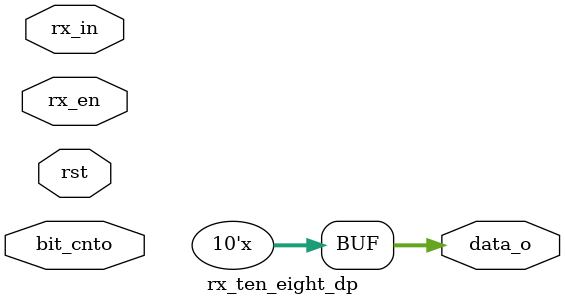
<source format=v>
module rx_ten_eight_dp
(
	input wire			rst,
	input wire			rx_en,
	input wire			rx_in,
	input wire [9:0]  bit_cnto,
	
	output reg	[9:0] data_o
);

reg d0;
reg d1;
reg d2;
reg d3;
reg d4;
reg d5;
reg d6;
reg d7;
reg d8;
reg d9;

always @ *
begin

	casex ({rst, rx_en, bit_cnto})
	
	{1'b1, 1'bx, 10'dx, 1'bx}: {data_o, d0, d1, d2, d3, d4, d5, d6, d7, d8, d9} = {10'dx, 1'dx, 1'dx, 1'dx, 1'dx, 1'dx, 1'dx, 1'dx, 1'dx, 1'dx, 1'dx};
	
	{1'b0, 1'b0, 10'dx}: {d0, d1, d2, d3, d4, d5, d6, d7, d8, d9} = {1'dx, 1'dx, 1'dx, 1'dx, 1'dx, 1'dx, 1'dx, 1'dx, 1'dx, 1'dx};
	
	{1'b0, 1'b1, 10'd0}: {data_o, d0, d1, d2, d3, d4, d5, d6, d7, d8, d9} = {10'dx, 1'dx, 1'dx, 1'dx, 1'dx, 1'dx, 1'dx, 1'dx, 1'dx, 1'dx, 1'dx};
	
	{1'b0, 1'b1, 10'd1}:  d0 <= rx_in;
	{1'b0, 1'b1, 10'd2}:  d1 <= rx_in;
	{1'b0, 1'b1, 10'd3}:  d2 <= rx_in;
	{1'b0, 1'b1, 10'd4}:  d3 <= rx_in;
	{1'b0, 1'b1, 10'd5}:  d4 <= rx_in;
	{1'b0, 1'b1, 10'd6}:  d5 <= rx_in;
	{1'b0, 1'b1, 10'd7}:  d6 <= rx_in;
	{1'b0, 1'b1, 10'd8}:  d7 <= rx_in;
	{1'b0, 1'b1, 10'd9}:  d8 <= rx_in;
	{1'b0, 1'b1, 10'd10}: d9 <= rx_in;
	
	{1'b0, 1'b1, 10'd11}: data_o <= {d9, d8, d7, d6, d5, d4, d3, d2, d1, d0};
	
	endcase
	
end

endmodule

</source>
